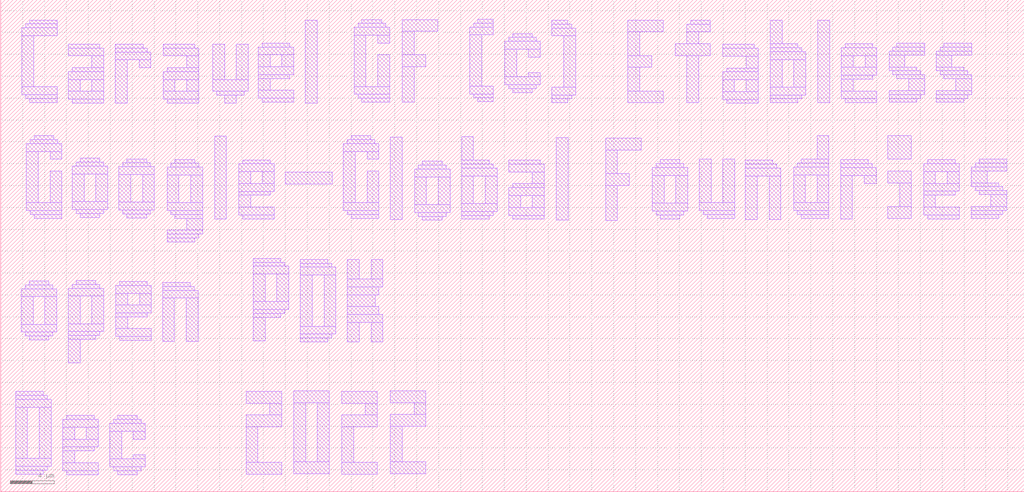
<source format=lef>
VERSION 5.7 ;
  NOWIREEXTENSIONATPIN ON ;
  DIVIDERCHAR "/" ;
  BUSBITCHARS "[]" ;
MACRO copyright_block
  CLASS BLOCK ;
  FOREIGN copyright_block ;
  ORIGIN 0.000 0.000 ;
  SIZE 93.495 BY 44.990 ;
  OBS
      LAYER Metal5 ;
        RECT 2.635 42.780 5.155 43.140 ;
        RECT 2.275 42.420 5.155 42.780 ;
        RECT 1.915 41.700 5.155 42.420 ;
        RECT 1.915 37.020 2.995 41.700 ;
        RECT 6.175 40.575 9.055 40.935 ;
        RECT 10.480 40.575 13.000 40.935 ;
        RECT 14.830 40.575 17.710 40.935 ;
        RECT 6.175 39.855 9.415 40.575 ;
        RECT 8.335 38.775 9.415 39.855 ;
        RECT 6.535 38.415 9.415 38.775 ;
        RECT 6.175 37.695 9.415 38.415 ;
        RECT 1.915 36.300 5.155 37.020 ;
        RECT 2.275 35.940 5.155 36.300 ;
        RECT 2.635 35.580 5.155 35.940 ;
        RECT 6.175 36.615 7.255 37.695 ;
        RECT 8.335 36.615 9.415 37.695 ;
        RECT 6.175 35.895 9.415 36.615 ;
        RECT 6.535 35.535 9.415 35.895 ;
        RECT 10.480 40.215 13.360 40.575 ;
        RECT 10.480 39.495 13.720 40.215 ;
        RECT 14.830 39.855 18.070 40.575 ;
        RECT 10.480 35.535 11.560 39.495 ;
        RECT 12.640 38.775 13.720 39.495 ;
        RECT 16.990 38.775 18.070 39.855 ;
        RECT 15.190 38.415 18.070 38.775 ;
        RECT 14.830 37.695 18.070 38.415 ;
        RECT 14.830 36.615 15.910 37.695 ;
        RECT 16.990 36.615 18.070 37.695 ;
        RECT 19.370 37.695 20.450 40.935 ;
        RECT 21.530 37.695 22.610 40.935 ;
        RECT 23.890 40.665 26.410 41.025 ;
        RECT 19.370 36.615 22.610 37.695 ;
        RECT 23.530 39.945 26.770 40.665 ;
        RECT 23.530 38.865 24.610 39.945 ;
        RECT 25.690 38.865 26.770 39.945 ;
        RECT 23.530 38.145 26.770 38.865 ;
        RECT 23.530 37.785 26.410 38.145 ;
        RECT 23.530 36.705 24.610 37.785 ;
        RECT 14.830 35.895 18.070 36.615 ;
        RECT 19.730 36.255 22.250 36.615 ;
        RECT 15.190 35.535 18.070 35.895 ;
        RECT 20.450 35.535 21.530 36.255 ;
        RECT 23.530 35.985 26.770 36.705 ;
        RECT 23.890 35.625 26.770 35.985 ;
        RECT 27.835 35.535 28.915 43.095 ;
        RECT 33.000 42.825 34.800 43.185 ;
        RECT 32.640 42.465 35.160 42.825 ;
        RECT 32.280 41.745 35.520 42.465 ;
        RECT 32.280 37.065 33.360 41.745 ;
        RECT 34.440 41.025 35.520 41.745 ;
        RECT 36.680 42.105 39.920 43.185 ;
        RECT 43.565 42.855 45.005 43.215 ;
        RECT 43.205 42.495 45.005 42.855 ;
        RECT 36.680 39.945 37.760 42.105 ;
        RECT 42.845 41.775 45.005 42.495 ;
        RECT 50.345 42.765 51.785 43.125 ;
        RECT 50.345 42.405 52.145 42.765 ;
        RECT 34.440 37.065 35.520 39.945 ;
        RECT 32.280 36.345 35.520 37.065 ;
        RECT 32.640 35.985 35.520 36.345 ;
        RECT 33.000 35.625 35.520 35.985 ;
        RECT 36.680 38.865 38.840 39.945 ;
        RECT 36.680 35.625 37.760 38.865 ;
        RECT 42.845 37.095 43.925 41.775 ;
        RECT 46.765 41.545 48.565 41.905 ;
        RECT 50.345 41.685 52.505 42.405 ;
        RECT 46.405 41.185 48.925 41.545 ;
        RECT 46.045 40.465 49.285 41.185 ;
        RECT 46.045 37.945 47.125 40.465 ;
        RECT 48.205 39.745 49.285 40.465 ;
        RECT 48.205 37.945 49.285 38.305 ;
        RECT 46.045 37.225 49.285 37.945 ;
        RECT 42.845 36.375 45.005 37.095 ;
        RECT 46.405 36.865 48.925 37.225 ;
        RECT 51.425 37.005 52.505 41.685 ;
        RECT 46.765 36.505 48.565 36.865 ;
        RECT 43.205 36.015 45.005 36.375 ;
        RECT 43.565 35.655 45.005 36.015 ;
        RECT 50.345 36.285 52.505 37.005 ;
        RECT 57.295 42.045 60.535 43.125 ;
        RECT 63.035 42.765 64.835 43.125 ;
        RECT 62.675 42.045 64.835 42.765 ;
        RECT 57.295 39.885 58.375 42.045 ;
        RECT 62.675 40.965 63.755 42.045 ;
        RECT 70.295 40.965 71.375 43.125 ;
        RECT 61.595 39.885 64.835 40.965 ;
        RECT 65.945 40.555 68.825 40.915 ;
        RECT 70.295 40.605 72.815 40.965 ;
        RECT 57.295 38.805 59.455 39.885 ;
        RECT 57.295 36.645 58.375 38.805 ;
        RECT 50.345 35.925 52.145 36.285 ;
        RECT 50.345 35.565 51.785 35.925 ;
        RECT 57.295 35.565 60.535 36.645 ;
        RECT 62.675 35.565 63.755 39.885 ;
        RECT 65.945 39.835 69.185 40.555 ;
        RECT 68.105 38.755 69.185 39.835 ;
        RECT 66.305 38.395 69.185 38.755 ;
        RECT 65.945 37.675 69.185 38.395 ;
        RECT 65.945 36.595 67.025 37.675 ;
        RECT 68.105 36.595 69.185 37.675 ;
        RECT 65.945 35.875 69.185 36.595 ;
        RECT 66.305 35.515 69.185 35.875 ;
        RECT 70.295 40.245 73.175 40.605 ;
        RECT 70.295 39.525 73.535 40.245 ;
        RECT 70.295 37.005 71.375 39.525 ;
        RECT 72.455 37.005 73.535 39.525 ;
        RECT 70.295 36.285 73.535 37.005 ;
        RECT 70.295 35.925 73.175 36.285 ;
        RECT 70.295 35.565 72.815 35.925 ;
        RECT 74.645 35.565 75.725 43.125 ;
        RECT 77.155 40.605 79.675 40.965 ;
        RECT 81.865 40.645 84.385 41.005 ;
        RECT 86.165 40.645 88.685 41.005 ;
        RECT 76.795 39.885 80.035 40.605 ;
        RECT 81.505 40.285 84.385 40.645 ;
        RECT 85.805 40.285 88.685 40.645 ;
        RECT 76.795 38.805 77.875 39.885 ;
        RECT 78.955 38.805 80.035 39.885 ;
        RECT 76.795 38.085 80.035 38.805 ;
        RECT 81.145 39.925 84.385 40.285 ;
        RECT 85.445 39.925 88.685 40.285 ;
        RECT 81.145 38.845 82.585 39.925 ;
        RECT 85.445 38.845 86.885 39.925 ;
        RECT 81.145 38.485 83.665 38.845 ;
        RECT 85.445 38.485 87.965 38.845 ;
        RECT 81.505 38.125 84.025 38.485 ;
        RECT 85.805 38.125 88.325 38.485 ;
        RECT 76.795 37.725 79.675 38.085 ;
        RECT 81.865 37.765 84.385 38.125 ;
        RECT 86.165 37.765 88.685 38.125 ;
        RECT 76.795 36.645 77.875 37.725 ;
        RECT 82.945 36.685 84.385 37.765 ;
        RECT 87.245 36.685 88.685 37.765 ;
        RECT 76.795 35.925 80.035 36.645 ;
        RECT 77.155 35.565 80.035 35.925 ;
        RECT 81.145 36.325 84.385 36.685 ;
        RECT 85.445 36.325 88.685 36.685 ;
        RECT 81.145 35.965 84.025 36.325 ;
        RECT 85.445 35.965 88.325 36.325 ;
        RECT 81.145 35.605 83.665 35.965 ;
        RECT 85.445 35.605 87.965 35.965 ;
        RECT 3.060 32.205 4.860 32.565 ;
        RECT 2.700 31.845 5.220 32.205 ;
        RECT 2.340 31.125 5.580 31.845 ;
        RECT 2.340 26.445 3.420 31.125 ;
        RECT 4.500 30.405 5.580 31.125 ;
        RECT 7.260 30.130 9.060 30.490 ;
        RECT 6.900 29.770 9.420 30.130 ;
        RECT 11.515 30.080 13.315 30.440 ;
        RECT 4.500 26.445 5.580 29.325 ;
        RECT 2.340 25.725 5.580 26.445 ;
        RECT 6.540 29.050 9.780 29.770 ;
        RECT 11.155 29.720 13.675 30.080 ;
        RECT 15.910 30.035 17.710 30.395 ;
        RECT 6.540 26.530 7.620 29.050 ;
        RECT 8.700 26.530 9.780 29.050 ;
        RECT 6.540 25.810 9.780 26.530 ;
        RECT 10.795 29.000 14.035 29.720 ;
        RECT 15.550 29.675 18.070 30.035 ;
        RECT 10.795 26.480 11.875 29.000 ;
        RECT 12.955 26.480 14.035 29.000 ;
        RECT 2.700 25.365 5.580 25.725 ;
        RECT 6.900 25.450 9.420 25.810 ;
        RECT 10.795 25.760 14.035 26.480 ;
        RECT 15.190 28.955 18.430 29.675 ;
        RECT 15.190 26.435 16.270 28.955 ;
        RECT 17.350 26.435 18.430 28.955 ;
        RECT 3.060 25.005 5.580 25.365 ;
        RECT 7.260 25.090 9.060 25.450 ;
        RECT 11.155 25.400 13.675 25.760 ;
        RECT 15.190 25.715 18.430 26.435 ;
        RECT 11.515 25.040 13.315 25.400 ;
        RECT 15.550 25.355 18.430 25.715 ;
        RECT 15.910 24.995 18.430 25.355 ;
        RECT 16.990 23.915 18.430 24.995 ;
        RECT 19.535 24.950 20.615 32.510 ;
        RECT 32.020 32.205 33.820 32.565 ;
        RECT 31.660 31.845 34.180 32.205 ;
        RECT 31.300 31.125 34.540 31.845 ;
        RECT 22.095 29.990 24.615 30.350 ;
        RECT 21.735 29.270 24.975 29.990 ;
        RECT 21.735 28.190 22.815 29.270 ;
        RECT 23.895 28.190 24.975 29.270 ;
        RECT 21.735 27.470 24.975 28.190 ;
        RECT 25.985 28.140 30.305 29.220 ;
        RECT 21.735 27.110 24.615 27.470 ;
        RECT 21.735 26.030 22.815 27.110 ;
        RECT 31.300 26.445 32.380 31.125 ;
        RECT 33.460 30.405 34.540 31.125 ;
        RECT 33.460 26.445 34.540 29.325 ;
        RECT 21.735 25.310 24.975 26.030 ;
        RECT 31.300 25.725 34.540 26.445 ;
        RECT 31.660 25.365 34.540 25.725 ;
        RECT 22.095 24.950 24.975 25.310 ;
        RECT 32.020 25.005 34.540 25.365 ;
        RECT 35.600 24.875 36.680 32.435 ;
        RECT 42.105 30.320 43.185 32.480 ;
        RECT 38.520 29.865 40.320 30.225 ;
        RECT 42.105 29.960 44.625 30.320 ;
        RECT 46.410 29.960 49.290 30.320 ;
        RECT 38.160 29.505 40.680 29.865 ;
        RECT 42.105 29.600 44.985 29.960 ;
        RECT 37.800 28.785 41.040 29.505 ;
        RECT 37.800 26.265 38.880 28.785 ;
        RECT 39.960 26.265 41.040 28.785 ;
        RECT 37.800 25.545 41.040 26.265 ;
        RECT 42.105 28.880 45.345 29.600 ;
        RECT 46.410 29.240 49.650 29.960 ;
        RECT 42.105 26.360 43.185 28.880 ;
        RECT 44.265 26.360 45.345 28.880 ;
        RECT 48.570 28.160 49.650 29.240 ;
        RECT 46.770 27.800 49.650 28.160 ;
        RECT 42.105 25.640 45.345 26.360 ;
        RECT 46.410 27.080 49.650 27.800 ;
        RECT 46.410 26.000 47.490 27.080 ;
        RECT 48.570 26.000 49.650 27.080 ;
        RECT 38.160 25.185 40.680 25.545 ;
        RECT 42.105 25.280 44.985 25.640 ;
        RECT 46.410 25.280 49.650 26.000 ;
        RECT 38.520 24.825 40.320 25.185 ;
        RECT 42.105 24.920 44.625 25.280 ;
        RECT 46.770 24.920 49.650 25.280 ;
        RECT 50.760 24.825 51.840 32.385 ;
        RECT 55.250 31.260 58.490 32.340 ;
        RECT 55.250 29.100 56.330 31.260 ;
        RECT 74.580 30.405 75.660 32.565 ;
        RECT 81.030 30.405 83.190 32.565 ;
        RECT 60.230 30.000 62.030 30.360 ;
        RECT 59.870 29.640 62.390 30.000 ;
        RECT 55.250 28.020 57.410 29.100 ;
        RECT 59.510 28.920 62.750 29.640 ;
        RECT 55.250 24.780 56.330 28.020 ;
        RECT 59.510 26.400 60.590 28.920 ;
        RECT 61.670 26.400 62.750 28.920 ;
        RECT 59.510 25.680 62.750 26.400 ;
        RECT 63.815 26.445 64.895 30.405 ;
        RECT 65.975 26.445 67.055 30.405 ;
        RECT 63.815 25.725 67.055 26.445 ;
        RECT 59.870 25.320 62.390 25.680 ;
        RECT 64.175 25.365 67.055 25.725 ;
        RECT 60.230 24.960 62.030 25.320 ;
        RECT 64.535 25.005 67.055 25.365 ;
        RECT 68.025 29.955 70.545 30.315 ;
        RECT 73.140 30.045 75.660 30.405 ;
        RECT 68.025 29.595 70.905 29.955 ;
        RECT 72.780 29.685 75.660 30.045 ;
        RECT 68.025 28.875 71.265 29.595 ;
        RECT 68.025 24.915 69.105 28.875 ;
        RECT 70.185 24.915 71.265 28.875 ;
        RECT 72.420 28.965 75.660 29.685 ;
        RECT 72.420 26.445 73.500 28.965 ;
        RECT 74.580 26.445 75.660 28.965 ;
        RECT 72.420 25.725 75.660 26.445 ;
        RECT 72.780 25.365 75.660 25.725 ;
        RECT 73.140 25.005 75.660 25.365 ;
        RECT 76.725 30.000 79.245 30.360 ;
        RECT 84.665 30.000 87.185 30.360 ;
        RECT 89.375 30.045 91.895 30.405 ;
        RECT 76.725 29.640 79.605 30.000 ;
        RECT 76.725 28.920 79.965 29.640 ;
        RECT 76.725 24.960 77.805 28.920 ;
        RECT 78.885 28.200 79.965 28.920 ;
        RECT 81.030 28.245 83.190 29.325 ;
        RECT 82.110 26.085 83.190 28.245 ;
        RECT 81.030 25.005 83.190 26.085 ;
        RECT 84.305 29.280 87.545 30.000 ;
        RECT 89.015 29.685 91.895 30.045 ;
        RECT 84.305 28.200 85.385 29.280 ;
        RECT 86.465 28.200 87.545 29.280 ;
        RECT 84.305 27.480 87.545 28.200 ;
        RECT 88.655 29.325 91.895 29.685 ;
        RECT 88.655 28.245 90.095 29.325 ;
        RECT 88.655 27.885 91.175 28.245 ;
        RECT 89.015 27.525 91.535 27.885 ;
        RECT 84.305 27.120 87.185 27.480 ;
        RECT 89.375 27.165 91.895 27.525 ;
        RECT 84.305 26.040 85.385 27.120 ;
        RECT 90.455 26.085 91.895 27.165 ;
        RECT 84.305 25.320 87.545 26.040 ;
        RECT 84.665 24.960 87.545 25.320 ;
        RECT 88.655 25.725 91.895 26.085 ;
        RECT 88.655 25.365 91.535 25.725 ;
        RECT 88.655 25.005 91.175 25.365 ;
        RECT 15.190 23.555 18.430 23.915 ;
        RECT 15.190 23.195 18.070 23.555 ;
        RECT 15.190 22.835 17.710 23.195 ;
        RECT 23.065 20.985 25.585 21.345 ;
        RECT 23.065 20.625 25.945 20.985 ;
        RECT 27.370 20.895 29.890 21.255 ;
        RECT 23.065 19.905 26.305 20.625 ;
        RECT 2.590 18.920 4.390 19.280 ;
        RECT 6.895 18.965 8.695 19.325 ;
        RECT 2.230 18.560 4.750 18.920 ;
        RECT 6.535 18.605 9.055 18.965 ;
        RECT 10.885 18.875 13.405 19.235 ;
        RECT 1.870 17.840 5.110 18.560 ;
        RECT 1.870 15.320 2.950 17.840 ;
        RECT 4.030 15.320 5.110 17.840 ;
        RECT 1.870 14.600 5.110 15.320 ;
        RECT 6.175 17.885 9.415 18.605 ;
        RECT 6.175 15.365 7.255 17.885 ;
        RECT 8.335 15.365 9.415 17.885 ;
        RECT 6.175 14.645 9.415 15.365 ;
        RECT 10.525 18.155 13.765 18.875 ;
        RECT 10.525 17.075 11.605 18.155 ;
        RECT 12.685 17.075 13.765 18.155 ;
        RECT 10.525 16.355 13.765 17.075 ;
        RECT 14.785 18.780 17.305 19.140 ;
        RECT 14.785 18.420 17.665 18.780 ;
        RECT 14.785 17.700 18.025 18.420 ;
        RECT 10.525 15.995 13.405 16.355 ;
        RECT 10.525 14.915 11.605 15.995 ;
        RECT 2.230 14.240 4.750 14.600 ;
        RECT 6.175 14.285 9.055 14.645 ;
        RECT 2.590 13.880 4.390 14.240 ;
        RECT 6.175 13.925 8.695 14.285 ;
        RECT 10.525 14.195 13.765 14.915 ;
        RECT 6.175 11.765 7.255 13.925 ;
        RECT 10.885 13.835 13.765 14.195 ;
        RECT 14.785 13.740 15.865 17.700 ;
        RECT 16.945 13.740 18.025 17.700 ;
        RECT 23.065 17.385 24.145 19.905 ;
        RECT 25.225 17.385 26.305 19.905 ;
        RECT 23.065 16.665 26.305 17.385 ;
        RECT 27.370 20.535 30.250 20.895 ;
        RECT 27.370 19.815 30.610 20.535 ;
        RECT 23.065 16.305 25.945 16.665 ;
        RECT 23.065 15.945 25.585 16.305 ;
        RECT 23.065 13.785 24.145 15.945 ;
        RECT 27.370 15.135 28.450 19.815 ;
        RECT 29.530 15.135 30.610 19.815 ;
        RECT 27.370 14.415 30.610 15.135 ;
        RECT 31.670 19.455 32.750 21.255 ;
        RECT 33.830 19.455 34.910 21.255 ;
        RECT 31.670 18.735 34.910 19.455 ;
        RECT 31.670 18.015 34.550 18.735 ;
        RECT 31.670 16.935 34.190 18.015 ;
        RECT 31.670 16.215 34.550 16.935 ;
        RECT 31.670 15.495 34.910 16.215 ;
        RECT 27.370 14.055 30.250 14.415 ;
        RECT 27.370 13.695 29.890 14.055 ;
        RECT 31.670 13.695 32.750 15.495 ;
        RECT 33.830 13.695 34.910 15.495 ;
        RECT 1.355 8.820 3.875 9.180 ;
        RECT 1.355 8.460 4.235 8.820 ;
        RECT 1.355 7.740 4.595 8.460 ;
        RECT 22.410 8.095 25.650 9.175 ;
        RECT 1.355 3.060 2.435 7.740 ;
        RECT 3.515 3.060 4.595 7.740 ;
        RECT 24.570 7.015 25.650 8.095 ;
        RECT 6.020 6.615 8.540 6.975 ;
        RECT 10.685 6.615 12.485 6.975 ;
        RECT 1.355 2.340 4.595 3.060 ;
        RECT 5.660 5.895 8.900 6.615 ;
        RECT 10.325 6.255 12.845 6.615 ;
        RECT 5.660 4.815 6.740 5.895 ;
        RECT 7.820 4.815 8.900 5.895 ;
        RECT 5.660 4.095 8.900 4.815 ;
        RECT 9.965 5.535 13.205 6.255 ;
        RECT 5.660 3.735 8.540 4.095 ;
        RECT 5.660 2.655 6.740 3.735 ;
        RECT 9.965 3.015 11.045 5.535 ;
        RECT 12.125 4.815 13.205 5.535 ;
        RECT 22.410 5.935 25.650 7.015 ;
        RECT 26.760 8.140 30.000 9.220 ;
        RECT 12.125 3.015 13.205 3.375 ;
        RECT 1.355 1.980 4.235 2.340 ;
        RECT 1.355 1.620 3.875 1.980 ;
        RECT 5.660 1.935 8.900 2.655 ;
        RECT 9.965 2.295 13.205 3.015 ;
        RECT 22.410 2.695 23.490 5.935 ;
        RECT 26.760 2.740 27.840 8.140 ;
        RECT 28.920 2.740 30.000 8.140 ;
        RECT 31.160 8.100 34.400 9.180 ;
        RECT 35.600 8.140 38.840 9.220 ;
        RECT 33.320 7.020 34.400 8.100 ;
        RECT 37.760 7.060 38.840 8.140 ;
        RECT 10.325 1.935 12.845 2.295 ;
        RECT 6.020 1.575 8.900 1.935 ;
        RECT 10.685 1.575 12.485 1.935 ;
        RECT 22.410 1.615 25.650 2.695 ;
        RECT 26.760 1.660 30.000 2.740 ;
        RECT 31.160 5.940 34.400 7.020 ;
        RECT 35.600 5.980 38.840 7.060 ;
        RECT 31.160 2.700 32.240 5.940 ;
        RECT 35.600 2.740 36.680 5.980 ;
        RECT 31.160 1.620 34.400 2.700 ;
        RECT 35.600 1.660 38.840 2.740 ;
  END
END copyright_block
END LIBRARY


</source>
